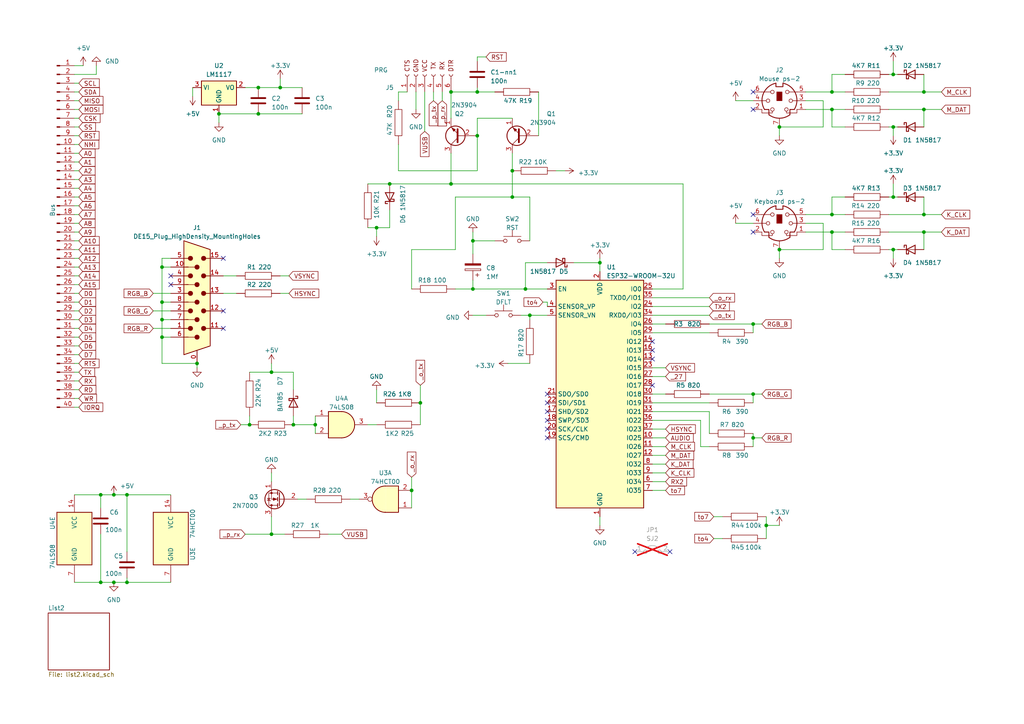
<source format=kicad_sch>
(kicad_sch (version 20230121) (generator eeschema)
  (paper "A4")
  (junction (at 74.93 25.4))
  (junction (at 222.25 152.4))
  (junction (at 36.83 168.91))
  (junction (at 78.74 154.94))
  (junction (at 241.3 62.23))
  (junction (at 259.08 57.15))
  (junction (at 29.21 143.51))
  (junction (at 63.5 33.02))
  (junction (at 36.83 143.51))
  (junction (at 46.99 87.63))
  (junction (at 259.08 36.83))
  (junction (at 130.81 26.67))
  (junction (at 113.03 53.34))
  (junction (at 138.43 39.37))
  (junction (at 109.22 66.04))
  (junction (at 137.16 83.82))
  (junction (at 148.59 49.53))
  (junction (at 57.15 105.41))
  (junction (at 29.21 168.91))
  (junction (at 267.97 26.67))
  (junction (at 137.16 69.85))
  (junction (at 241.3 26.67))
  (junction (at 85.09 123.19))
  (junction (at 33.02 143.51))
  (junction (at 218.44 114.3))
  (junction (at 46.99 92.71))
  (junction (at 267.97 67.31))
  (junction (at 267.97 62.23))
  (junction (at 130.81 53.34))
  (junction (at 46.99 97.79))
  (junction (at 226.06 36.83))
  (junction (at 148.59 57.15))
  (junction (at 152.4 83.82))
  (junction (at 241.3 31.75))
  (junction (at 218.44 127))
  (junction (at 241.3 67.31))
  (junction (at 81.28 25.4))
  (junction (at 119.38 142.24))
  (junction (at 259.08 21.59))
  (junction (at 226.06 72.39))
  (junction (at 259.08 72.39))
  (junction (at 153.67 91.44))
  (junction (at 267.97 31.75))
  (junction (at 46.99 77.47))
  (junction (at 91.44 123.19))
  (junction (at 138.43 26.67))
  (junction (at 173.99 76.2))
  (junction (at 218.44 93.98))
  (junction (at 72.39 123.19))
  (junction (at 33.02 168.91))
  (junction (at 74.93 33.02))
  (junction (at 121.92 116.84))
  (junction (at 78.74 107.95))
  (no_connect (at 184.15 160.02))
  (no_connect (at 64.77 74.93))
  (no_connect (at 189.23 104.14))
  (no_connect (at 218.44 67.31))
  (no_connect (at 158.75 121.92))
  (no_connect (at 189.23 111.76))
  (no_connect (at 158.75 114.3))
  (no_connect (at 189.23 101.6))
  (no_connect (at 49.53 80.01))
  (no_connect (at 158.75 116.84))
  (no_connect (at 194.31 160.02))
  (no_connect (at 64.77 90.17))
  (no_connect (at 218.44 31.75))
  (no_connect (at 158.75 124.46))
  (no_connect (at 218.44 62.23))
  (no_connect (at 189.23 99.06))
  (no_connect (at 158.75 119.38))
  (no_connect (at 64.77 95.25))
  (no_connect (at 49.53 82.55))
  (no_connect (at 218.44 26.67))
  (no_connect (at 158.75 127))
  (wire (pts (xy 267.97 67.31) (xy 257.81 67.31)))
  (wire (pts (xy 21.59 29.21) (xy 22.86 29.21)))
  (wire (pts (xy 21.59 72.39) (xy 22.86 72.39)))
  (wire (pts (xy 241.3 67.31) (xy 245.11 67.31)))
  (wire (pts (xy 21.59 95.25) (xy 22.86 95.25)))
  (wire (pts (xy 85.09 107.95) (xy 85.09 113.03)))
  (wire (pts (xy 36.83 168.91) (xy 49.53 168.91)))
  (wire (pts (xy 148.59 57.15) (xy 148.59 49.53)))
  (wire (pts (xy 233.68 31.75) (xy 241.3 31.75)))
  (wire (pts (xy 226.06 36.83) (xy 226.06 39.37)))
  (wire (pts (xy 241.3 26.67) (xy 245.11 26.67)))
  (wire (pts (xy 226.06 72.39) (xy 226.06 74.93)))
  (wire (pts (xy 78.74 137.16) (xy 78.74 139.7)))
  (wire (pts (xy 63.5 33.02) (xy 63.5 35.56)))
  (wire (pts (xy 267.97 72.39) (xy 267.97 67.31)))
  (wire (pts (xy 140.97 16.51) (xy 138.43 16.51)))
  (wire (pts (xy 173.99 76.2) (xy 173.99 78.74)))
  (wire (pts (xy 241.3 57.15) (xy 241.3 62.23)))
  (wire (pts (xy 158.75 76.2) (xy 152.4 76.2)))
  (wire (pts (xy 267.97 31.75) (xy 273.05 31.75)))
  (wire (pts (xy 198.12 83.82) (xy 198.12 53.34)))
  (wire (pts (xy 245.11 72.39) (xy 241.3 72.39)))
  (wire (pts (xy 189.23 142.24) (xy 193.04 142.24)))
  (wire (pts (xy 189.23 88.9) (xy 205.74 88.9)))
  (wire (pts (xy 106.68 123.19) (xy 109.22 123.19)))
  (wire (pts (xy 137.16 83.82) (xy 152.4 83.82)))
  (wire (pts (xy 259.08 21.59) (xy 260.35 21.59)))
  (wire (pts (xy 152.4 83.82) (xy 158.75 83.82)))
  (wire (pts (xy 238.76 36.83) (xy 226.06 36.83)))
  (wire (pts (xy 245.11 57.15) (xy 241.3 57.15)))
  (wire (pts (xy 21.59 49.53) (xy 22.86 49.53)))
  (wire (pts (xy 21.59 80.01) (xy 22.86 80.01)))
  (wire (pts (xy 218.44 127) (xy 218.44 129.54)))
  (wire (pts (xy 189.23 114.3) (xy 193.04 114.3)))
  (wire (pts (xy 21.59 168.91) (xy 29.21 168.91)))
  (wire (pts (xy 119.38 83.82) (xy 119.38 72.39)))
  (wire (pts (xy 36.83 167.64) (xy 36.83 168.91)))
  (wire (pts (xy 189.23 86.36) (xy 205.74 86.36)))
  (wire (pts (xy 64.77 85.09) (xy 68.58 85.09)))
  (wire (pts (xy 21.59 57.15) (xy 22.86 57.15)))
  (wire (pts (xy 233.68 62.23) (xy 241.3 62.23)))
  (wire (pts (xy 189.23 137.16) (xy 193.04 137.16)))
  (wire (pts (xy 267.97 26.67) (xy 273.05 26.67)))
  (wire (pts (xy 21.59 143.51) (xy 29.21 143.51)))
  (wire (pts (xy 233.68 26.67) (xy 241.3 26.67)))
  (wire (pts (xy 213.36 29.21) (xy 218.44 29.21)))
  (wire (pts (xy 267.97 67.31) (xy 273.05 67.31)))
  (wire (pts (xy 57.15 105.41) (xy 57.15 106.68)))
  (wire (pts (xy 55.88 25.4) (xy 55.88 27.94)))
  (wire (pts (xy 218.44 125.73) (xy 218.44 127)))
  (wire (pts (xy 233.68 29.21) (xy 238.76 29.21)))
  (wire (pts (xy 238.76 72.39) (xy 226.06 72.39)))
  (wire (pts (xy 257.81 21.59) (xy 259.08 21.59)))
  (wire (pts (xy 21.59 34.29) (xy 22.86 34.29)))
  (wire (pts (xy 241.3 21.59) (xy 241.3 26.67)))
  (wire (pts (xy 36.83 143.51) (xy 36.83 160.02)))
  (wire (pts (xy 21.59 115.57) (xy 22.86 115.57)))
  (wire (pts (xy 259.08 36.83) (xy 260.35 36.83)))
  (wire (pts (xy 46.99 77.47) (xy 46.99 87.63)))
  (wire (pts (xy 158.75 87.63) (xy 158.75 88.9)))
  (wire (pts (xy 218.44 127) (xy 220.98 127)))
  (wire (pts (xy 101.6 144.78) (xy 104.14 144.78)))
  (wire (pts (xy 189.23 139.7) (xy 193.04 139.7)))
  (wire (pts (xy 259.08 57.15) (xy 260.35 57.15)))
  (wire (pts (xy 207.01 149.86) (xy 209.55 149.86)))
  (wire (pts (xy 152.4 76.2) (xy 152.4 83.82)))
  (wire (pts (xy 86.36 144.78) (xy 88.9 144.78)))
  (wire (pts (xy 241.3 31.75) (xy 245.11 31.75)))
  (wire (pts (xy 161.29 49.53) (xy 163.83 49.53)))
  (wire (pts (xy 128.27 26.67) (xy 128.27 29.21)))
  (wire (pts (xy 91.44 120.65) (xy 91.44 123.19)))
  (wire (pts (xy 21.59 69.85) (xy 22.86 69.85)))
  (wire (pts (xy 109.22 66.04) (xy 109.22 68.58)))
  (wire (pts (xy 21.59 77.47) (xy 22.86 77.47)))
  (wire (pts (xy 44.45 95.25) (xy 49.53 95.25)))
  (wire (pts (xy 46.99 74.93) (xy 46.99 77.47)))
  (wire (pts (xy 241.3 36.83) (xy 241.3 31.75)))
  (wire (pts (xy 173.99 149.86) (xy 173.99 152.4)))
  (wire (pts (xy 130.81 44.45) (xy 130.81 53.34)))
  (wire (pts (xy 189.23 124.46) (xy 193.04 124.46)))
  (wire (pts (xy 245.11 21.59) (xy 241.3 21.59)))
  (wire (pts (xy 205.74 93.98) (xy 218.44 93.98)))
  (wire (pts (xy 21.59 107.95) (xy 22.86 107.95)))
  (wire (pts (xy 267.97 57.15) (xy 267.97 62.23)))
  (wire (pts (xy 21.59 31.75) (xy 22.86 31.75)))
  (wire (pts (xy 203.2 121.92) (xy 203.2 129.54)))
  (wire (pts (xy 189.23 116.84) (xy 205.74 116.84)))
  (wire (pts (xy 137.16 67.31) (xy 137.16 69.85)))
  (wire (pts (xy 21.59 90.17) (xy 22.86 90.17)))
  (wire (pts (xy 106.68 66.04) (xy 109.22 66.04)))
  (wire (pts (xy 189.23 91.44) (xy 205.74 91.44)))
  (wire (pts (xy 137.16 69.85) (xy 137.16 73.66)))
  (wire (pts (xy 153.67 91.44) (xy 153.67 92.71)))
  (wire (pts (xy 81.28 80.01) (xy 83.82 80.01)))
  (wire (pts (xy 21.59 36.83) (xy 22.86 36.83)))
  (wire (pts (xy 21.59 92.71) (xy 22.86 92.71)))
  (wire (pts (xy 69.85 123.19) (xy 72.39 123.19)))
  (wire (pts (xy 21.59 19.05) (xy 24.13 19.05)))
  (wire (pts (xy 21.59 24.13) (xy 22.86 24.13)))
  (wire (pts (xy 115.57 41.91) (xy 115.57 49.53)))
  (wire (pts (xy 21.59 110.49) (xy 22.86 110.49)))
  (wire (pts (xy 218.44 93.98) (xy 218.44 96.52)))
  (wire (pts (xy 21.59 67.31) (xy 22.86 67.31)))
  (wire (pts (xy 130.81 26.67) (xy 138.43 26.67)))
  (wire (pts (xy 257.81 36.83) (xy 259.08 36.83)))
  (wire (pts (xy 123.19 26.67) (xy 123.19 38.1)))
  (wire (pts (xy 189.23 109.22) (xy 193.04 109.22)))
  (wire (pts (xy 238.76 29.21) (xy 238.76 36.83)))
  (wire (pts (xy 189.23 96.52) (xy 205.74 96.52)))
  (wire (pts (xy 267.97 62.23) (xy 273.05 62.23)))
  (wire (pts (xy 29.21 143.51) (xy 29.21 147.32)))
  (wire (pts (xy 222.25 152.4) (xy 226.06 152.4)))
  (wire (pts (xy 241.3 72.39) (xy 241.3 67.31)))
  (wire (pts (xy 21.59 100.33) (xy 22.86 100.33)))
  (wire (pts (xy 21.59 85.09) (xy 22.86 85.09)))
  (wire (pts (xy 245.11 36.83) (xy 241.3 36.83)))
  (wire (pts (xy 148.59 44.45) (xy 148.59 49.53)))
  (wire (pts (xy 166.37 76.2) (xy 173.99 76.2)))
  (wire (pts (xy 137.16 81.28) (xy 137.16 83.82)))
  (wire (pts (xy 121.92 116.84) (xy 121.92 123.19)))
  (wire (pts (xy 189.23 132.08) (xy 193.04 132.08)))
  (wire (pts (xy 72.39 107.95) (xy 78.74 107.95)))
  (wire (pts (xy 267.97 62.23) (xy 257.81 62.23)))
  (wire (pts (xy 46.99 105.41) (xy 46.99 97.79)))
  (wire (pts (xy 213.36 64.77) (xy 218.44 64.77)))
  (wire (pts (xy 49.53 92.71) (xy 46.99 92.71)))
  (wire (pts (xy 21.59 44.45) (xy 22.86 44.45)))
  (wire (pts (xy 189.23 93.98) (xy 193.04 93.98)))
  (wire (pts (xy 36.83 143.51) (xy 49.53 143.51)))
  (wire (pts (xy 121.92 111.76) (xy 121.92 116.84)))
  (wire (pts (xy 138.43 25.4) (xy 138.43 26.67)))
  (wire (pts (xy 33.02 143.51) (xy 36.83 143.51)))
  (wire (pts (xy 120.65 26.67) (xy 120.65 31.75)))
  (wire (pts (xy 137.16 91.44) (xy 140.97 91.44)))
  (wire (pts (xy 113.03 66.04) (xy 113.03 60.96)))
  (wire (pts (xy 132.08 83.82) (xy 137.16 83.82)))
  (wire (pts (xy 64.77 80.01) (xy 68.58 80.01)))
  (wire (pts (xy 203.2 129.54) (xy 205.74 129.54)))
  (wire (pts (xy 218.44 93.98) (xy 220.98 93.98)))
  (wire (pts (xy 109.22 113.03) (xy 109.22 116.84)))
  (wire (pts (xy 21.59 113.03) (xy 22.86 113.03)))
  (wire (pts (xy 21.59 46.99) (xy 22.86 46.99)))
  (wire (pts (xy 63.5 33.02) (xy 74.93 33.02)))
  (wire (pts (xy 205.74 119.38) (xy 189.23 119.38)))
  (wire (pts (xy 27.94 21.59) (xy 21.59 21.59)))
  (wire (pts (xy 78.74 105.41) (xy 78.74 107.95)))
  (wire (pts (xy 173.99 74.93) (xy 173.99 76.2)))
  (wire (pts (xy 21.59 26.67) (xy 22.86 26.67)))
  (wire (pts (xy 57.15 105.41) (xy 46.99 105.41)))
  (wire (pts (xy 267.97 36.83) (xy 267.97 31.75)))
  (wire (pts (xy 259.08 72.39) (xy 259.08 74.93)))
  (wire (pts (xy 233.68 67.31) (xy 241.3 67.31)))
  (wire (pts (xy 115.57 26.67) (xy 115.57 29.21)))
  (wire (pts (xy 91.44 123.19) (xy 91.44 125.73)))
  (wire (pts (xy 21.59 52.07) (xy 22.86 52.07)))
  (wire (pts (xy 205.74 125.73) (xy 205.74 119.38)))
  (wire (pts (xy 137.16 69.85) (xy 143.51 69.85)))
  (wire (pts (xy 21.59 74.93) (xy 22.86 74.93)))
  (wire (pts (xy 29.21 168.91) (xy 33.02 168.91)))
  (wire (pts (xy 259.08 53.34) (xy 259.08 57.15)))
  (wire (pts (xy 49.53 74.93) (xy 46.99 74.93)))
  (wire (pts (xy 49.53 87.63) (xy 46.99 87.63)))
  (wire (pts (xy 267.97 31.75) (xy 257.81 31.75)))
  (wire (pts (xy 151.13 91.44) (xy 153.67 91.44)))
  (wire (pts (xy 259.08 72.39) (xy 260.35 72.39)))
  (wire (pts (xy 106.68 53.34) (xy 113.03 53.34)))
  (wire (pts (xy 21.59 118.11) (xy 22.86 118.11)))
  (wire (pts (xy 189.23 134.62) (xy 193.04 134.62)))
  (wire (pts (xy 27.94 19.05) (xy 27.94 21.59)))
  (wire (pts (xy 189.23 121.92) (xy 203.2 121.92)))
  (wire (pts (xy 205.74 114.3) (xy 218.44 114.3)))
  (wire (pts (xy 222.25 152.4) (xy 222.25 156.21)))
  (wire (pts (xy 74.93 33.02) (xy 87.63 33.02)))
  (wire (pts (xy 46.99 97.79) (xy 46.99 92.71)))
  (wire (pts (xy 259.08 17.78) (xy 259.08 21.59)))
  (wire (pts (xy 259.08 36.83) (xy 259.08 39.37)))
  (wire (pts (xy 153.67 91.44) (xy 158.75 91.44)))
  (wire (pts (xy 74.93 25.4) (xy 81.28 25.4)))
  (wire (pts (xy 130.81 26.67) (xy 130.81 34.29)))
  (wire (pts (xy 78.74 154.94) (xy 82.55 154.94)))
  (wire (pts (xy 267.97 21.59) (xy 267.97 26.67)))
  (wire (pts (xy 119.38 72.39) (xy 132.08 72.39)))
  (wire (pts (xy 29.21 143.51) (xy 33.02 143.51)))
  (wire (pts (xy 189.23 106.68) (xy 193.04 106.68)))
  (wire (pts (xy 156.21 26.67) (xy 156.21 39.37)))
  (wire (pts (xy 153.67 69.85) (xy 153.67 57.15)))
  (wire (pts (xy 189.23 127) (xy 193.04 127)))
  (wire (pts (xy 207.01 156.21) (xy 209.55 156.21)))
  (wire (pts (xy 33.02 168.91) (xy 36.83 168.91)))
  (wire (pts (xy 81.28 25.4) (xy 87.63 25.4)))
  (wire (pts (xy 44.45 85.09) (xy 49.53 85.09)))
  (wire (pts (xy 21.59 62.23) (xy 22.86 62.23)))
  (wire (pts (xy 130.81 53.34) (xy 113.03 53.34)))
  (wire (pts (xy 148.59 57.15) (xy 153.67 57.15)))
  (wire (pts (xy 257.81 72.39) (xy 259.08 72.39)))
  (wire (pts (xy 78.74 107.95) (xy 85.09 107.95)))
  (wire (pts (xy 21.59 97.79) (xy 22.86 97.79)))
  (wire (pts (xy 198.12 53.34) (xy 130.81 53.34)))
  (wire (pts (xy 132.08 57.15) (xy 148.59 57.15)))
  (wire (pts (xy 222.25 149.86) (xy 222.25 152.4)))
  (wire (pts (xy 21.59 59.69) (xy 22.86 59.69)))
  (wire (pts (xy 115.57 26.67) (xy 118.11 26.67)))
  (wire (pts (xy 218.44 114.3) (xy 218.44 116.84)))
  (wire (pts (xy 138.43 49.53) (xy 138.43 39.37)))
  (wire (pts (xy 119.38 138.43) (xy 119.38 142.24)))
  (wire (pts (xy 46.99 77.47) (xy 49.53 77.47)))
  (wire (pts (xy 189.23 129.54) (xy 193.04 129.54)))
  (wire (pts (xy 81.28 85.09) (xy 83.82 85.09)))
  (wire (pts (xy 71.12 154.94) (xy 78.74 154.94)))
  (wire (pts (xy 241.3 62.23) (xy 245.11 62.23)))
  (wire (pts (xy 21.59 82.55) (xy 22.86 82.55)))
  (wire (pts (xy 138.43 34.29) (xy 138.43 39.37)))
  (wire (pts (xy 115.57 49.53) (xy 138.43 49.53)))
  (wire (pts (xy 21.59 54.61) (xy 22.86 54.61)))
  (wire (pts (xy 29.21 154.94) (xy 29.21 168.91)))
  (wire (pts (xy 267.97 26.67) (xy 257.81 26.67)))
  (wire (pts (xy 81.28 22.86) (xy 81.28 25.4)))
  (wire (pts (xy 147.32 105.41) (xy 153.67 105.41)))
  (wire (pts (xy 71.12 25.4) (xy 74.93 25.4)))
  (wire (pts (xy 46.99 92.71) (xy 46.99 87.63)))
  (wire (pts (xy 189.23 83.82) (xy 198.12 83.82)))
  (wire (pts (xy 21.59 102.87) (xy 22.86 102.87)))
  (wire (pts (xy 148.59 34.29) (xy 138.43 34.29)))
  (wire (pts (xy 85.09 120.65) (xy 85.09 123.19)))
  (wire (pts (xy 78.74 149.86) (xy 78.74 154.94)))
  (wire (pts (xy 85.09 123.19) (xy 91.44 123.19)))
  (wire (pts (xy 21.59 39.37) (xy 22.86 39.37)))
  (wire (pts (xy 21.59 87.63) (xy 22.86 87.63)))
  (wire (pts (xy 257.81 57.15) (xy 259.08 57.15)))
  (wire (pts (xy 21.59 64.77) (xy 22.86 64.77)))
  (wire (pts (xy 109.22 66.04) (xy 113.03 66.04)))
  (wire (pts (xy 72.39 120.65) (xy 72.39 123.19)))
  (wire (pts (xy 21.59 105.41) (xy 22.86 105.41)))
  (wire (pts (xy 49.53 97.79) (xy 46.99 97.79)))
  (wire (pts (xy 233.68 64.77) (xy 238.76 64.77)))
  (wire (pts (xy 95.25 154.94) (xy 99.06 154.94)))
  (wire (pts (xy 125.73 26.67) (xy 125.73 29.21)))
  (wire (pts (xy 218.44 114.3) (xy 220.98 114.3)))
  (wire (pts (xy 138.43 26.67) (xy 143.51 26.67)))
  (wire (pts (xy 132.08 72.39) (xy 132.08 57.15)))
  (wire (pts (xy 119.38 142.24) (xy 119.38 147.32)))
  (wire (pts (xy 44.45 90.17) (xy 49.53 90.17)))
  (wire (pts (xy 157.48 87.63) (xy 158.75 87.63)))
  (wire (pts (xy 238.76 64.77) (xy 238.76 72.39)))
  (wire (pts (xy 21.59 41.91) (xy 22.86 41.91)))
  (wire (pts (xy 138.43 16.51) (xy 138.43 17.78)))
  (global_label "RGB_R" (shape input) (at 44.45 95.25 180) (property "Intersheetrefs" "${INTERSHEET_REFS}" (effects hide)))
  (global_label "A4" (shape input) (at 22.86 54.61 0) (property "Intersheetrefs" "${INTERSHEET_REFS}" (effects hide)))
  (global_label "WR" (shape input) (at 22.86 115.57 0) (property "Intersheetrefs" "${INTERSHEET_REFS}" (effects hide)))
  (global_label "TX2" (shape input) (at 205.74 88.9 0) (property "Intersheetrefs" "${INTERSHEET_REFS}" (effects hide)))
  (global_label "A14" (shape input) (at 22.86 80.01 0) (property "Intersheetrefs" "${INTERSHEET_REFS}" (effects hide)))
  (global_label "A13" (shape input) (at 22.86 77.47 0) (property "Intersheetrefs" "${INTERSHEET_REFS}" (effects hide)))
  (global_label "A5" (shape input) (at 22.86 57.15 0) (property "Intersheetrefs" "${INTERSHEET_REFS}" (effects hide)))
  (global_label "VUSB" (shape input) (at 123.19 38.1 270) (property "Intersheetrefs" "${INTERSHEET_REFS}" (effects hide)))
  (global_label "RX2" (shape input) (at 193.04 139.7 0) (property "Intersheetrefs" "${INTERSHEET_REFS}" (effects hide)))
  (global_label "A15" (shape input) (at 22.86 82.55 0) (property "Intersheetrefs" "${INTERSHEET_REFS}" (effects hide)))
  (global_label "RD" (shape input) (at 22.86 113.03 0) (property "Intersheetrefs" "${INTERSHEET_REFS}" (effects hide)))
  (global_label "SDA" (shape input) (at 22.86 26.67 0) (property "Intersheetrefs" "${INTERSHEET_REFS}" (effects hide)))
  (global_label "A2" (shape input) (at 22.86 49.53 0) (property "Intersheetrefs" "${INTERSHEET_REFS}" (effects hide)))
  (global_label "A7" (shape input) (at 22.86 62.23 0) (property "Intersheetrefs" "${INTERSHEET_REFS}" (effects hide)))
  (global_label "SS" (shape input) (at 22.86 36.83 0) (property "Intersheetrefs" "${INTERSHEET_REFS}" (effects hide)))
  (global_label "RST" (shape input) (at 22.86 39.37 0) (property "Intersheetrefs" "${INTERSHEET_REFS}" (effects hide)))
  (global_label "A12" (shape input) (at 22.86 74.93 0) (property "Intersheetrefs" "${INTERSHEET_REFS}" (effects hide)))
  (global_label "RGB_B" (shape input) (at 220.98 93.98 0) (property "Intersheetrefs" "${INTERSHEET_REFS}" (effects hide)))
  (global_label "M_DAT" (shape input) (at 193.04 132.08 0) (property "Intersheetrefs" "${INTERSHEET_REFS}" (effects hide)))
  (global_label "RGB_B" (shape input) (at 44.45 85.09 180) (property "Intersheetrefs" "${INTERSHEET_REFS}" (effects hide)))
  (global_label "K_DAT" (shape input) (at 273.05 67.31 0) (property "Intersheetrefs" "${INTERSHEET_REFS}" (effects hide)))
  (global_label "to7" (shape input) (at 207.01 149.86 180) (property "Intersheetrefs" "${INTERSHEET_REFS}" (effects hide)))
  (global_label "MOSI" (shape input) (at 22.86 31.75 0) (property "Intersheetrefs" "${INTERSHEET_REFS}" (effects hide)))
  (global_label "M_CLK" (shape input) (at 193.04 129.54 0) (property "Intersheetrefs" "${INTERSHEET_REFS}" (effects hide)))
  (global_label "RX" (shape input) (at 22.86 110.49 0) (property "Intersheetrefs" "${INTERSHEET_REFS}" (effects hide)))
  (global_label "SCL" (shape input) (at 22.86 24.13 0) (property "Intersheetrefs" "${INTERSHEET_REFS}" (effects hide)))
  (global_label "A1" (shape input) (at 22.86 46.99 0) (property "Intersheetrefs" "${INTERSHEET_REFS}" (effects hide)))
  (global_label "RTS" (shape input) (at 22.86 105.41 0) (property "Intersheetrefs" "${INTERSHEET_REFS}" (effects hide)))
  (global_label "_o_rx" (shape input) (at 119.38 138.43 90) (property "Intersheetrefs" "${INTERSHEET_REFS}" (effects hide)))
  (global_label "D7" (shape input) (at 22.86 102.87 0) (property "Intersheetrefs" "${INTERSHEET_REFS}" (effects hide)))
  (global_label "to4" (shape input) (at 207.01 156.21 180) (property "Intersheetrefs" "${INTERSHEET_REFS}" (effects hide)))
  (global_label "A10" (shape input) (at 22.86 69.85 0) (property "Intersheetrefs" "${INTERSHEET_REFS}" (effects hide)))
  (global_label "D1" (shape input) (at 22.86 87.63 0) (property "Intersheetrefs" "${INTERSHEET_REFS}" (effects hide)))
  (global_label "RGB_R" (shape input) (at 220.98 127 0) (property "Intersheetrefs" "${INTERSHEET_REFS}" (effects hide)))
  (global_label "NMI" (shape input) (at 22.86 41.91 0) (property "Intersheetrefs" "${INTERSHEET_REFS}" (effects hide)))
  (global_label "CSK" (shape input) (at 22.86 34.29 0) (property "Intersheetrefs" "${INTERSHEET_REFS}" (effects hide)))
  (global_label "D2" (shape input) (at 22.86 90.17 0) (property "Intersheetrefs" "${INTERSHEET_REFS}" (effects hide)))
  (global_label "_o_rx" (shape input) (at 205.74 86.36 0) (property "Intersheetrefs" "${INTERSHEET_REFS}" (effects hide)))
  (global_label "MISO" (shape input) (at 22.86 29.21 0) (property "Intersheetrefs" "${INTERSHEET_REFS}" (effects hide)))
  (global_label "D5" (shape input) (at 22.86 97.79 0) (property "Intersheetrefs" "${INTERSHEET_REFS}" (effects hide)))
  (global_label "HSYNC" (shape input) (at 83.82 85.09 0) (property "Intersheetrefs" "${INTERSHEET_REFS}" (effects hide)))
  (global_label "to7" (shape input) (at 193.04 142.24 0) (property "Intersheetrefs" "${INTERSHEET_REFS}" (effects hide)))
  (global_label "RGB_G" (shape input) (at 220.98 114.3 0) (property "Intersheetrefs" "${INTERSHEET_REFS}" (effects hide)))
  (global_label "RGB_G" (shape input) (at 44.45 90.17 180) (property "Intersheetrefs" "${INTERSHEET_REFS}" (effects hide)))
  (global_label "VUSB" (shape input) (at 99.06 154.94 0) (property "Intersheetrefs" "${INTERSHEET_REFS}" (effects hide)))
  (global_label "_p_rx" (shape input) (at 71.12 154.94 180) (property "Intersheetrefs" "${INTERSHEET_REFS}" (effects hide)))
  (global_label "M_DAT" (shape input) (at 273.05 31.75 0) (property "Intersheetrefs" "${INTERSHEET_REFS}" (effects hide)))
  (global_label "VSYNC" (shape input) (at 83.82 80.01 0) (property "Intersheetrefs" "${INTERSHEET_REFS}" (effects hide)))
  (global_label "TX" (shape input) (at 22.86 107.95 0) (property "Intersheetrefs" "${INTERSHEET_REFS}" (effects hide)))
  (global_label "to4" (shape input) (at 157.48 87.63 180) (property "Intersheetrefs" "${INTERSHEET_REFS}" (effects hide)))
  (global_label "K_DAT" (shape input) (at 193.04 134.62 0) (property "Intersheetrefs" "${INTERSHEET_REFS}" (effects hide)))
  (global_label "D3" (shape input) (at 22.86 92.71 0) (property "Intersheetrefs" "${INTERSHEET_REFS}" (effects hide)))
  (global_label "IORQ" (shape input) (at 22.86 118.11 0) (property "Intersheetrefs" "${INTERSHEET_REFS}" (effects hide)))
  (global_label "_o_tx" (shape input) (at 121.92 111.76 90) (property "Intersheetrefs" "${INTERSHEET_REFS}" (effects hide)))
  (global_label "M_CLK" (shape input) (at 273.05 26.67 0) (property "Intersheetrefs" "${INTERSHEET_REFS}" (effects hide)))
  (global_label "AUDIO" (shape input) (at 193.04 127 0) (property "Intersheetrefs" "${INTERSHEET_REFS}" (effects hide)))
  (global_label "_o_tx" (shape input) (at 205.74 91.44 0) (property "Intersheetrefs" "${INTERSHEET_REFS}" (effects hide)))
  (global_label "_p_tx" (shape input) (at 125.73 29.21 270) (property "Intersheetrefs" "${INTERSHEET_REFS}" (effects hide)))
  (global_label "_p_rx" (shape input) (at 128.27 29.21 270) (property "Intersheetrefs" "${INTERSHEET_REFS}" (effects hide)))
  (global_label "K_CLK" (shape input) (at 273.05 62.23 0) (property "Intersheetrefs" "${INTERSHEET_REFS}" (effects hide)))
  (global_label "VSYNC" (shape input) (at 193.04 106.68 0) (property "Intersheetrefs" "${INTERSHEET_REFS}" (effects hide)))
  (global_label "_27" (shape input) (at 193.04 109.22 0) (property "Intersheetrefs" "${INTERSHEET_REFS}" (effects hide)))
  (global_label "A6" (shape input) (at 22.86 59.69 0) (property "Intersheetrefs" "${INTERSHEET_REFS}" (effects hide)))
  (global_label "A3" (shape input) (at 22.86 52.07 0) (property "Intersheetrefs" "${INTERSHEET_REFS}" (effects hide)))
  (global_label "D4" (shape input) (at 22.86 95.25 0) (property "Intersheetrefs" "${INTERSHEET_REFS}" (effects hide)))
  (global_label "K_CLK" (shape input) (at 193.04 137.16 0) (property "Intersheetrefs" "${INTERSHEET_REFS}" (effects hide)))
  (global_label "D6" (shape input) (at 22.86 100.33 0) (property "Intersheetrefs" "${INTERSHEET_REFS}" (effects hide)))
  (global_label "A11" (shape input) (at 22.86 72.39 0) (property "Intersheetrefs" "${INTERSHEET_REFS}" (effects hide)))
  (global_label "RST" (shape input) (at 140.97 16.51 0) (property "Intersheetrefs" "${INTERSHEET_REFS}" (effects hide)))
  (global_label "A0" (shape input) (at 22.86 44.45 0) (property "Intersheetrefs" "${INTERSHEET_REFS}" (effects hide)))
  (global_label "A9" (shape input) (at 22.86 67.31 0) (property "Intersheetrefs" "${INTERSHEET_REFS}" (effects hide)))
  (global_label "_p_tx" (shape input) (at 69.85 123.19 180) (property "Intersheetrefs" "${INTERSHEET_REFS}" (effects hide)))
  (global_label "HSYNC" (shape input) (at 193.04 124.46 0) (property "Intersheetrefs" "${INTERSHEET_REFS}" (effects hide)))
  (global_label "D0" (shape input) (at 22.86 85.09 0) (property "Intersheetrefs" "${INTERSHEET_REFS}" (effects hide)))
  (global_label "A8" (shape input) (at 22.86 64.77 0) (property "Intersheetrefs" "${INTERSHEET_REFS}" (effects hide)))
  (symbol (lib_id "power:+3.3V") (at 163.83 49.53 270) (unit 1)
    (property "Reference" "#PWR019" (effects hide))
    (property "Value" "+3.3V" (at 167.64 50.165 90) (effects (justify left)))
  )
  (symbol (lib_id "power:+3.3V") (at 147.32 105.41 90) (unit 1)
    (property "Reference" "#PWR016" (effects hide))
    (property "Value" "+3.3V" (at 143.51 106.045 90) (effects (justify left)))
  )
  (symbol (lib_id "Device:C") (at 29.21 151.13 0) (unit 1)
    (property "Reference" "C6" (at 31.75 148.59 0) (effects (justify left)))
    (property "Value" "100n" (at 30.48 153.67 0) (effects (justify left)))
    (property "Footprint" "Capacitor_THT:C_Disc_D3.4mm_W2.1mm_P2.50mm" (effects hide))
  )
  (symbol (lib_id "Device:D_Schottky") (at 264.16 36.83 0) (unit 1)
    (property "Reference" "D1" (at 263.2075 40.64 0))
    (property "Value" "1N5817" (at 269.24 40.64 0))
    (property "Footprint" "Diode_THT:D_DO-35_SOD27_P7.62mm_Horizontal" (effects hide))
  )
  (symbol (lib_id "pspice:R") (at 212.09 116.84 270) (unit 1)
    (property "Reference" "R6" (at 212.09 119.38 90) (effects (justify right)))
    (property "Value" "390" (at 217.17 119.38 90) (effects (justify right)))
    (property "Footprint" "Resistor_THT:R_Axial_DIN0204_L3.6mm_D1.6mm_P5.08mm_Horizontal" (effects hide))
  )
  (symbol (lib_id "pspice:R") (at 251.46 72.39 90) (unit 1)
    (property "Reference" "R16" (at 251.46 69.85 90) (effects (justify right)))
    (property "Value" "4K7" (at 247.015 69.85 90) (effects (justify right)))
    (property "Footprint" "Resistor_THT:R_Axial_DIN0204_L3.6mm_D1.6mm_P5.08mm_Horizontal" (effects hide))
  )
  (symbol (lib_id "Jumper:Jumper_2_Open") (at 189.23 160.02 0) (unit 1) (in_bom no) (on_board no) (dnp yes)
    (property "Reference" "JP1" (at 189.23 153.67 0))
    (property "Value" "SJ2" (at 189.23 156.21 0))
    (property "Footprint" "Jumper:SolderJumper-2_P1.3mm_Open_RoundedPad1.0x1.5mm" (effects hide))
    (property "Sim.Enable" "0" (effects hide))
  )
  (symbol (lib_id "pspice:R") (at 215.9 156.21 270) (unit 1)
    (property "Reference" "R45" (at 215.9 158.75 90) (effects (justify right)))
    (property "Value" "100k" (at 220.98 158.75 90) (effects (justify right)))
    (property "Footprint" "Resistor_THT:R_Axial_DIN0204_L3.6mm_D1.6mm_P5.08mm_Horizontal" (effects hide))
  )
  (symbol (lib_id "pspice:R") (at 199.39 93.98 270) (unit 1)
    (property "Reference" "R3" (at 198.12 93.98 90) (effects (justify right)))
    (property "Value" "820" (at 203.2 93.98 90) (effects (justify right)))
    (property "Footprint" "Resistor_THT:R_Axial_DIN0204_L3.6mm_D1.6mm_P5.08mm_Horizontal" (effects hide))
  )
  (symbol (lib_id "power:+3.3V") (at 259.08 39.37 180) (unit 1)
    (property "Reference" "#PWR09" (effects hide))
    (property "Value" "+3.3V" (at 259.08 44.45 0))
  )
  (symbol (lib_id "power:+5V") (at 33.02 143.51 0) (unit 1)
    (property "Reference" "#PWR022" (effects hide))
    (property "Value" "+5V" (at 36.83 140.97 0))
  )
  (symbol (lib_id "pspice:R") (at 106.68 59.69 180) (unit 1)
    (property "Reference" "R21" (at 109.22 59.055 90) (effects (justify right)))
    (property "Value" "10K" (at 109.22 63.5 90) (effects (justify right)))
    (property "Footprint" "Resistor_THT:R_Axial_DIN0204_L3.6mm_D1.6mm_P5.08mm_Horizontal" (effects hide))
  )
  (symbol (lib_id "pspice:R") (at 115.57 35.56 180) (unit 1)
    (property "Reference" "R20" (at 113.03 34.29 90) (effects (justify right)))
    (property "Value" "47K" (at 113.03 39.37 90) (effects (justify right)))
    (property "Footprint" "Resistor_THT:R_Axial_DIN0204_L3.6mm_D1.6mm_P5.08mm_Horizontal" (effects hide))
  )
  (symbol (lib_id "power:+5V") (at 213.36 64.77 0) (unit 1)
    (property "Reference" "#PWR011" (effects hide))
    (property "Value" "+5V" (at 213.36 59.69 0))
  )
  (symbol (lib_id "Device:C") (at 138.43 21.59 180) (unit 1)
    (property "Reference" "C1-nn1" (at 142.24 20.955 0) (effects (justify right)))
    (property "Value" "100n" (at 142.24 23.495 0) (effects (justify right)))
    (property "Footprint" "Capacitor_THT:C_Disc_D3.4mm_W2.1mm_P2.50mm" (effects hide))
  )
  (symbol (lib_id "pspice:R") (at 251.46 21.59 90) (unit 1)
    (property "Reference" "R11" (at 251.46 19.05 90) (effects (justify right)))
    (property "Value" "4K7" (at 247.015 19.05 90) (effects (justify right)))
    (property "Footprint" "Resistor_THT:R_Axial_DIN0204_L3.6mm_D1.6mm_P5.08mm_Horizontal" (effects hide))
  )
  (symbol (lib_id "Connector:Conn_01x40_Male") (at 16.51 67.31 0) (unit 1)
    (property "Reference" "J10" (effects hide))
    (property "Value" "Bus" (at 15.24 60.96 90))
    (property "Footprint" "Connector_PinSocket_2.54mm:PinSocket_1x40_P2.54mm_Vertical" (effects hide))
  )
  (symbol (lib_id "pspice:R") (at 251.46 67.31 270) (unit 1)
    (property "Reference" "R15" (at 250.825 64.77 90) (effects (justify right)))
    (property "Value" "220" (at 255.27 64.77 90) (effects (justify right)))
    (property "Footprint" "Resistor_THT:R_Axial_DIN0204_L3.6mm_D1.6mm_P5.08mm_Horizontal" (effects hide))
  )
  (symbol (lib_id "pspice:R") (at 199.39 114.3 270) (unit 1)
    (property "Reference" "R5" (at 198.755 111.76 90) (effects (justify right)))
    (property "Value" "820" (at 203.2 111.76 90) (effects (justify right)))
    (property "Footprint" "Resistor_THT:R_Axial_DIN0204_L3.6mm_D1.6mm_P5.08mm_Horizontal" (effects hide))
  )
  (symbol (lib_id "pspice:R") (at 125.73 83.82 270) (unit 1)
    (property "Reference" "R18" (at 125.095 81.28 90) (effects (justify right)))
    (property "Value" "100" (at 129.54 81.28 90) (effects (justify right)))
    (property "Footprint" "Resistor_THT:R_Axial_DIN0204_L3.6mm_D1.6mm_P5.08mm_Horizontal" (effects hide))
  )
  (symbol (lib_id "pspice:R") (at 153.67 99.06 0) (unit 1)
    (property "Reference" "R17" (at 151.13 99.695 90) (effects (justify right)))
    (property "Value" "820" (at 151.13 95.25 90) (effects (justify right)))
    (property "Footprint" "Resistor_THT:R_Axial_DIN0204_L3.6mm_D1.6mm_P5.08mm_Horizontal" (effects hide))
  )
  (symbol (lib_id "power:GND") (at 226.06 74.93 0) (unit 1)
    (property "Reference" "#PWR012" (effects hide))
    (property "Value" "GND" (at 226.06 80.01 0))
  )
  (symbol (lib_id "power:GND") (at 27.94 19.05 180) (unit 1)
    (property "Reference" "#PWR045" (effects hide))
    (property "Value" "GND" (at 30.48 17.7799 0) (effects (justify right)))
  )
  (symbol (lib_id "Connector:Conn_01x08_Female") (at 120.65 21.59 90) (unit 1)
    (property "Reference" "J5" (at 113.03 25.4 90))
    (property "Value" "PRG" (at 110.49 20.32 90))
    (property "Footprint" "Connector_PinSocket_2.54mm:PinSocket_1x06_P2.54mm_Vertical" (effects hide))
  )
  (symbol (lib_id "pspice:R") (at 251.46 26.67 270) (unit 1)
    (property "Reference" "R9" (at 250.825 24.13 90) (effects (justify right)))
    (property "Value" "220" (at 255.27 24.13 90) (effects (justify right)))
    (property "Footprint" "Resistor_THT:R_Axial_DIN0204_L3.6mm_D1.6mm_P5.08mm_Horizontal" (effects hide))
  )
  (symbol (lib_id "pspice:R") (at 154.94 49.53 270) (unit 1)
    (property "Reference" "R22" (at 154.305 46.99 90) (effects (justify right)))
    (property "Value" "10K" (at 158.75 46.99 90) (effects (justify right)))
    (property "Footprint" "Resistor_THT:R_Axial_DIN0204_L3.6mm_D1.6mm_P5.08mm_Horizontal" (effects hide))
  )
  (symbol (lib_id "pspice:R") (at 251.46 62.23 270) (unit 1)
    (property "Reference" "R14" (at 250.825 59.69 90) (effects (justify right)))
    (property "Value" "220" (at 255.27 59.69 90) (effects (justify right)))
    (property "Footprint" "Resistor_THT:R_Axial_DIN0204_L3.6mm_D1.6mm_P5.08mm_Horizontal" (effects hide))
  )
  (symbol (lib_id "Connector:Mini-DIN-6") (at 226.06 29.21 0) (unit 1)
    (property "Reference" "J2" (at 226.0777 20.32 0))
    (property "Value" "Mouse ps-2" (at 226.0777 22.86 0))
    (property "Footprint" "ps_2_minidin-6:MINI-DIN-6-FULL-SHIELD" (effects hide))
    (property "Datasheet" "http://service.powerdynamics.com/ec/Catalog17/Section%2011.pdf" (effects hide))
  )
  (symbol (lib_id "Switch:SW_Push") (at 148.59 69.85 0) (unit 1)
    (property "Reference" "SW2" (at 148.59 63.5 0))
    (property "Value" "RST" (at 148.59 66.04 0))
    (property "Footprint" "Button_Switch_THT:SW_PUSH_6mm_H5mm" (effects hide))
  )
  (symbol (lib_id "Device:D_Schottky") (at 85.09 116.84 270) (unit 1)
    (property "Reference" "D7" (at 81.28 110.49 0))
    (property "Value" "BAT85" (at 81.28 116.5225 0))
    (property "Footprint" "Diode_THT:D_DO-35_SOD27_P7.62mm_Horizontal" (effects hide))
  )
  (symbol (lib_id "Transistor_FET:2N7000") (at 81.28 144.78 180) (unit 1)
    (property "Reference" "Q3" (at 74.93 144.145 0) (effects (justify left)))
    (property "Value" "2N7000" (at 74.93 146.685 0) (effects (justify left)))
    (property "Footprint" "Package_TO_SOT_THT:TO-92_Inline" (effects hide))
    (property "Datasheet" "https://www.vishay.com/docs/70226/70226.pdf" (effects hide))
  )
  (symbol (lib_id "power:GND") (at 137.16 91.44 270) (unit 1)
    (property "Reference" "#PWR015" (effects hide))
    (property "Value" "GND" (at 133.35 92.075 90) (effects (justify right)))
  )
  (symbol (lib_id "Transistor_BJT:2N3904") (at 133.35 39.37 180) (unit 1)
    (property "Reference" "Q2" (at 134.62 33.02 0) (effects (justify left)))
    (property "Value" "2N3904" (at 138.43 30.48 0) (effects (justify left)))
    (property "Footprint" "Package_TO_SOT_THT:TO-92_Inline" (effects hide))
    (property "Datasheet" "https://www.onsemi.com/pub/Collateral/2N3903-D.PDF" (effects hide))
  )
  (symbol (lib_id "74xx:74LS08") (at 21.59 156.21 0) (unit 5)
    (property "Reference" "U4" (at 15.24 153.67 90) (effects (justify left)))
    (property "Value" "74LS08" (at 15.24 165.1 90) (effects (justify left)))
    (property "Footprint" "Package_DIP:DIP-14_W7.62mm_Socket" (effects hide))
    (property "Datasheet" "http://www.ti.com/lit/gpn/sn74LS08" (effects hide))
  )
  (symbol (lib_id "pspice:R") (at 74.93 85.09 270) (unit 1)
    (property "Reference" "R2" (at 74.295 82.55 90) (effects (justify right)))
    (property "Value" "220" (at 78.74 82.55 90) (effects (justify right)))
    (property "Footprint" "Resistor_THT:R_Axial_DIN0204_L3.6mm_D1.6mm_P5.08mm_Horizontal" (effects hide))
  )
  (symbol (lib_id "Transistor_BJT:2N3904") (at 151.13 39.37 180) (unit 1)
    (property "Reference" "Q1" (at 161.29 33.02 0) (effects (justify left)))
    (property "Value" "2N3904" (at 161.29 35.56 0) (effects (justify left)))
    (property "Footprint" "Package_TO_SOT_THT:TO-92_Inline" (effects hide))
    (property "Datasheet" "https://www.onsemi.com/pub/Collateral/2N3903-D.PDF" (effects hide))
  )
  (symbol (lib_id "pspice:R") (at 74.93 80.01 270) (unit 1)
    (property "Reference" "R1" (at 74.295 77.47 90) (effects (justify right)))
    (property "Value" "220" (at 78.74 77.47 90) (effects (justify right)))
    (property "Footprint" "Resistor_THT:R_Axial_DIN0204_L3.6mm_D1.6mm_P5.08mm_Horizontal" (effects hide))
  )
  (symbol (lib_id "Device:C") (at 87.63 29.21 180) (unit 1)
    (property "Reference" "C3" (at 91.44 28.575 0) (effects (justify right)))
    (property "Value" "100n" (at 91.44 31.115 0) (effects (justify right)))
    (property "Footprint" "Capacitor_THT:C_Disc_D3.4mm_W2.1mm_P2.50mm" (effects hide))
  )
  (symbol (lib_id "Device:C") (at 74.93 29.21 0) (unit 1)
    (property "Reference" "C2" (at 78.74 28.575 0) (effects (justify left)))
    (property "Value" "100n" (at 78.74 31.115 0) (effects (justify left)))
    (property "Footprint" "Capacitor_THT:C_Disc_D3.4mm_W2.1mm_P2.50mm" (effects hide))
  )
  (symbol (lib_id "power:GND") (at 78.74 137.16 180) (unit 1)
    (property "Reference" "#PWR021" (effects hide))
    (property "Value" "GND" (at 78.74 133.35 0))
  )
  (symbol (lib_id "power:+3.3V") (at 226.06 152.4 0) (unit 1)
    (property "Reference" "#PWR042" (effects hide))
    (property "Value" "+3.3V" (at 226.06 148.59 0))
  )
  (symbol (lib_id "74xx:74LS08") (at 99.06 123.19 0) (unit 1)
    (property "Reference" "U4" (at 99.0517 115.57 0))
    (property "Value" "74LS08" (at 99.0517 118.11 0))
    (property "Footprint" "Package_DIP:DIP-14_W7.62mm_Socket" (effects hide))
    (property "Datasheet" "http://www.ti.com/lit/gpn/sn74LS08" (effects hide))
  )
  (symbol (lib_id "power:GND") (at 33.02 168.91 0) (unit 1)
    (property "Reference" "#PWR023" (effects hide))
    (property "Value" "GND" (at 33.02 173.99 0))
  )
  (symbol (lib_id "pspice:R") (at 72.39 114.3 180) (unit 1)
    (property "Reference" "R24" (at 74.93 113.665 90) (effects (justify right)))
    (property "Value" "22K" (at 74.93 118.11 90) (effects (justify right)))
    (property "Footprint" "Resistor_THT:R_Axial_DIN0204_L3.6mm_D1.6mm_P5.08mm_Horizontal" (effects hide))
  )
  (symbol (lib_id "power:GND") (at 173.99 152.4 0) (unit 1)
    (property "Reference" "#PWR05" (effects hide))
    (property "Value" "GND" (at 173.99 157.48 0))
  )
  (symbol (lib_id "pspice:R") (at 251.46 31.75 270) (unit 1)
    (property "Reference" "R10" (at 250.825 29.21 90) (effects (justify right)))
    (property "Value" "220" (at 255.27 29.21 90) (effects (justify right)))
    (property "Footprint" "Resistor_THT:R_Axial_DIN0204_L3.6mm_D1.6mm_P5.08mm_Horizontal" (effects hide))
  )
  (symbol (lib_id "pspice:R") (at 251.46 36.83 90) (unit 1)
    (property "Reference" "R12" (at 251.46 34.29 90) (effects (justify right)))
    (property "Value" "4K7" (at 247.015 34.29 90) (effects (justify right)))
    (property "Footprint" "Resistor_THT:R_Axial_DIN0204_L3.6mm_D1.6mm_P5.08mm_Horizontal" (effects hide))
  )
  (symbol (lib_id "Device:D_Schottky") (at 162.56 76.2 180) (unit 1)
    (property "Reference" "D5" (at 163.5125 78.74 0))
    (property "Value" "1N5817" (at 157.48 78.74 0))
    (property "Footprint" "Diode_THT:D_DO-35_SOD27_P7.62mm_Horizontal" (effects hide))
  )
  (symbol (lib_id "Device:D_Schottky") (at 264.16 21.59 0) (unit 1)
    (property "Reference" "D2" (at 263.2075 19.05 0))
    (property "Value" "1N5817" (at 269.24 19.05 0))
    (property "Footprint" "Diode_THT:D_DO-35_SOD27_P7.62mm_Horizontal" (effects hide))
  )
  (symbol (lib_id "RF_Module:ESP32-WROOM-32U") (at 173.99 114.3 0) (unit 1)
    (property "Reference" "U1" (at 175.9459 77.47 0) (effects (justify left)))
    (property "Value" "ESP32-WROOM-32U" (at 175.9459 80.01 0) (effects (justify left)))
    (property "Footprint" "RF_Module:ESP32-WROOM-32U" (effects hide))
    (property "Datasheet" "https://www.espressif.com/sites/default/files/documentation/esp32-wroom-32d_esp32-wroom-32u_datasheet_en.pdf" (effects hide))
  )
  (symbol (lib_id "pspice:R") (at 251.46 57.15 90) (unit 1)
    (property "Reference" "R13" (at 251.46 54.61 90) (effects (justify right)))
    (property "Value" "4K7" (at 247.015 54.61 90) (effects (justify right)))
    (property "Footprint" "Resistor_THT:R_Axial_DIN0204_L3.6mm_D1.6mm_P5.08mm_Horizontal" (effects hide))
  )
  (symbol (lib_id "pspice:R") (at 215.9 149.86 270) (unit 1)
    (property "Reference" "R44" (at 215.9 152.4 90) (effects (justify right)))
    (property "Value" "100k" (at 220.98 152.4 90) (effects (justify right)))
    (property "Footprint" "Resistor_THT:R_Axial_DIN0204_L3.6mm_D1.6mm_P5.08mm_Horizontal" (effects hide))
  )
  (symbol (lib_id "74xx:74HCT00") (at 111.76 144.78 180) (unit 1)
    (property "Reference" "U3" (at 111.7683 137.16 0))
    (property "Value" "74HCT00" (at 111.7683 139.7 0))
    (property "Footprint" "Package_DIP:DIP-14_W7.62mm_Socket" (effects hide))
    (property "Datasheet" "http://www.ti.com/lit/gpn/sn74hct00" (effects hide))
  )
  (symbol (lib_id "pspice:R") (at 115.57 116.84 270) (unit 1)
    (property "Reference" "R26" (at 114.935 114.3 90) (effects (justify right)))
    (property "Value" "1K8" (at 119.38 114.3 90) (effects (justify right)))
    (property "Footprint" "Resistor_THT:R_Axial_DIN0204_L3.6mm_D1.6mm_P5.08mm_Horizontal" (effects hide))
  )
  (symbol (lib_id "Device:D_Schottky") (at 113.03 57.15 90) (unit 1)
    (property "Reference" "D6" (at 116.84 63.5 0))
    (property "Value" "1N5817" (at 116.84 57.4675 0))
    (property "Footprint" "Diode_THT:D_DO-35_SOD27_P7.62mm_Horizontal" (effects hide))
  )
  (symbol (lib_id "74xx:74HCT00") (at 49.53 156.21 0) (unit 5)
    (property "Reference" "U3" (at 55.88 162.56 90) (effects (justify left)))
    (property "Value" "74HCT00" (at 55.88 156.21 90) (effects (justify left)))
    (property "Footprint" "Package_DIP:DIP-14_W7.62mm_Socket" (effects hide))
    (property "Datasheet" "http://www.ti.com/lit/gpn/sn74hct00" (effects hide))
  )
  (symbol (lib_id "power:GND") (at 57.15 106.68 0) (unit 1)
    (property "Reference" "#PWR06" (effects hide))
    (property "Value" "GND" (at 57.15 111.76 0))
  )
  (symbol (lib_id "power:+3.3V") (at 259.08 53.34 0) (unit 1)
    (property "Reference" "#PWR013" (effects hide))
    (property "Value" "+3.3V" (at 259.08 49.53 0))
  )
  (symbol (lib_id "pspice:R") (at 95.25 144.78 270) (unit 1)
    (property "Reference" "R28" (at 94.615 142.24 90) (effects (justify right)))
    (property "Value" "220" (at 99.06 142.24 90) (effects (justify right)))
    (property "Footprint" "Resistor_THT:R_Axial_DIN0204_L3.6mm_D1.6mm_P5.08mm_Horizontal" (effects hide))
  )
  (symbol (lib_id "power:GND") (at 109.22 113.03 180) (unit 1)
    (property "Reference" "#PWR025" (effects hide))
    (property "Value" "GND" (at 109.22 109.22 0))
  )
  (symbol (lib_id "power:GND") (at 137.16 67.31 180) (unit 1)
    (property "Reference" "#PWR017" (effects hide))
    (property "Value" "GND" (at 137.16 63.5 0))
  )
  (symbol (lib_id "Device:C") (at 36.83 163.83 0) (unit 1)
    (property "Reference" "C5" (at 33.02 161.29 0) (effects (justify left)))
    (property "Value" "100n" (at 30.48 166.37 0) (effects (justify left)))
    (property "Footprint" "Capacitor_THT:C_Disc_D3.4mm_W2.1mm_P2.50mm" (effects hide))
  )
  (symbol (lib_id "power:GND") (at 63.5 35.56 0) (unit 1)
    (property "Reference" "#PWR01" (effects hide))
    (property "Value" "GND" (at 63.5 40.64 0))
  )
  (symbol (lib_id "power:GND") (at 226.06 39.37 0) (unit 1)
    (property "Reference" "#PWR08" (effects hide))
    (property "Value" "GND" (at 226.06 44.45 0))
  )
  (symbol (lib_id "power:GND") (at 120.65 31.75 0) (unit 1)
    (property "Reference" "#PWR020" (effects hide))
    (property "Value" "GND" (at 120.65 36.83 0))
  )
  (symbol (lib_id "power:+5V") (at 78.74 105.41 0) (unit 1)
    (property "Reference" "#PWR024" (effects hide))
    (property "Value" "+5V" (at 78.74 101.6 0))
  )
  (symbol (lib_id "pspice:R") (at 88.9 154.94 270) (unit 1)
    (property "Reference" "R27" (at 88.265 152.4 90) (effects (justify right)))
    (property "Value" "1K" (at 92.71 152.4 90) (effects (justify right)))
    (property "Footprint" "Resistor_THT:R_Axial_DIN0204_L3.6mm_D1.6mm_P5.08mm_Horizontal" (effects hide))
  )
  (symbol (lib_id "power:+3.3V") (at 81.28 22.86 0) (unit 1)
    (property "Reference" "#PWR03" (effects hide))
    (property "Value" "+3.3V" (at 81.28 19.05 0))
  )
  (symbol (lib_id "pspice:R") (at 212.09 96.52 270) (unit 1)
    (property "Reference" "R4" (at 212.09 99.06 90) (effects (justify right)))
    (property "Value" "390" (at 217.17 99.06 90) (effects (justify right)))
    (property "Footprint" "Resistor_THT:R_Axial_DIN0204_L3.6mm_D1.6mm_P5.08mm_Horizontal" (effects hide))
  )
  (symbol (lib_id "power:+5V") (at 55.88 27.94 180) (unit 1)
    (property "Reference" "#PWR02" (effects hide))
    (property "Value" "+5V" (at 55.88 33.02 0))
  )
  (symbol (lib_id "Regulator_Linear:LM1117T-3.3") (at 63.5 25.4 0) (unit 1)
    (property "Reference" "U2" (at 63.5 19.05 0))
    (property "Value" "LM1117" (at 63.5 21.59 0))
    (property "Footprint" "Package_TO_SOT_SMD:TO-252-2" (effects hide))
    (property "Datasheet" "http://www.ti.com/lit/ds/symlink/lm1117.pdf" (effects hide))
  )
  (symbol (lib_id "pspice:R") (at 212.09 129.54 270) (unit 1)
    (property "Reference" "R8" (at 212.09 132.08 90) (effects (justify right)))
    (property "Value" "390" (at 217.17 132.08 90) (effects (justify right)))
    (property "Footprint" "Resistor_THT:R_Axial_DIN0204_L3.6mm_D1.6mm_P5.08mm_Horizontal" (effects hide))
  )
  (symbol (lib_id "Device:C_Polarized") (at 137.16 77.47 180) (unit 1)
    (property "Reference" "C8" (at 140.97 77.724 0) (effects (justify right)))
    (property "Value" "1Mf" (at 140.97 80.264 0) (effects (justify right)))
    (property "Footprint" "Capacitor_THT:CP_Radial_D5.0mm_P2.50mm" (effects hide))
  )
  (symbol (lib_id "power:+3.3V") (at 259.08 74.93 180) (unit 1)
    (property "Reference" "#PWR014" (effects hide))
    (property "Value" "+3.3V" (at 259.08 80.01 0))
  )
  (symbol (lib_id "Device:D_Schottky") (at 264.16 57.15 0) (unit 1)
    (property "Reference" "D3" (at 263.2075 54.61 0))
    (property "Value" "1N5817" (at 269.24 54.61 0))
    (property "Footprint" "Diode_THT:D_DO-35_SOD27_P7.62mm_Horizontal" (effects hide))
  )
  (symbol (lib_id "Connector:DE15_Plug_HighDensity_MountingHoles") (at 57.15 87.63 0) (unit 1)
    (property "Reference" "J1" (at 57.15 66.04 0))
    (property "Value" "DE15_Plug_HighDensity_MountingHoles" (at 57.15 68.58 0))
    (property "Footprint" "Connector_Dsub:DSUB-15-HD_Female_Horizontal_P2.29x1.98mm_EdgePinOffset3.03mm_Housed_MountingHolesOffset4.94mm" (effects hide))
    (property "Datasheet" " ~" (effects hide))
  )
  (symbol (lib_id "power:+3.3V") (at 109.22 68.58 180) (unit 1)
    (property "Reference" "#PWR018" (effects hide))
    (property "Value" "+3.3V" (at 109.22 73.66 0))
  )
  (symbol (lib_id "pspice:R") (at 149.86 26.67 90) (unit 1)
    (property "Reference" "R19" (at 150.495 29.21 90) (effects (justify right)))
    (property "Value" "47K" (at 146.05 29.21 90) (effects (justify right)))
    (property "Footprint" "Resistor_THT:R_Axial_DIN0204_L3.6mm_D1.6mm_P5.08mm_Horizontal" (effects hide))
  )
  (symbol (lib_id "Switch:SW_Push") (at 146.05 91.44 0) (unit 1)
    (property "Reference" "SW1" (at 146.05 85.09 0))
    (property "Value" "DFLT" (at 146.05 87.63 0))
    (property "Footprint" "Button_Switch_THT:SW_PUSH_6mm_H5mm" (effects hide))
  )
  (symbol (lib_id "power:+3.3V") (at 173.99 74.93 0) (unit 1)
    (property "Reference" "#PWR04" (effects hide))
    (property "Value" "+3.3V" (at 173.99 71.12 0))
  )
  (symbol (lib_id "power:+3.3V") (at 259.08 17.78 0) (unit 1)
    (property "Reference" "#PWR010" (effects hide))
    (property "Value" "+3.3V" (at 259.08 13.97 0))
  )
  (symbol (lib_id "Device:D_Schottky") (at 264.16 72.39 0) (unit 1)
    (property "Reference" "D4" (at 263.2075 76.2 0))
    (property "Value" "1N5817" (at 269.24 76.2 0))
    (property "Footprint" "Diode_THT:D_DO-35_SOD27_P7.62mm_Horizontal" (effects hide))
  )
  (symbol (lib_id "power:+5V") (at 213.36 29.21 0) (unit 1)
    (property "Reference" "#PWR07" (effects hide))
    (property "Value" "+5V" (at 213.36 24.13 0))
  )
  (symbol (lib_id "Connector:Mini-DIN-6") (at 226.06 64.77 0) (unit 1)
    (property "Reference" "J3" (at 226.0777 55.88 0))
    (property "Value" "Keyboard ps-2" (at 226.0777 58.42 0))
    (property "Footprint" "ps_2_minidin-6:MINI-DIN-6-FULL-SHIELD" (effects hide))
    (property "Datasheet" "http://service.powerdynamics.com/ec/Catalog17/Section%2011.pdf" (effects hide))
  )
  (symbol (lib_id "pspice:R") (at 115.57 123.19 90) (unit 1)
    (property "Reference" "R25" (at 116.205 125.73 90) (effects (justify right)))
    (property "Value" "1K2" (at 111.76 125.73 90) (effects (justify right)))
    (property "Footprint" "Resistor_THT:R_Axial_DIN0204_L3.6mm_D1.6mm_P5.08mm_Horizontal" (effects hide))
  )
  (symbol (lib_id "pspice:R") (at 78.74 123.19 90) (unit 1)
    (property "Reference" "R23" (at 79.375 125.73 90) (effects (justify right)))
    (property "Value" "2K2" (at 74.93 125.73 90) (effects (justify right)))
    (property "Footprint" "Resistor_THT:R_Axial_DIN0204_L3.6mm_D1.6mm_P5.08mm_Horizontal" (effects hide))
  )
  (symbol (lib_id "pspice:R") (at 212.09 125.73 270) (unit 1)
    (property "Reference" "R7" (at 211.455 123.19 90) (effects (justify right)))
    (property "Value" "820" (at 215.9 123.19 90) (effects (justify right)))
    (property "Footprint" "Resistor_THT:R_Axial_DIN0204_L3.6mm_D1.6mm_P5.08mm_Horizontal" (effects hide))
  )
  (symbol (lib_id "power:+5V") (at 24.13 19.05 0) (unit 1)
    (property "Reference" "#PWR044" (effects hide))
    (property "Value" "+5V" (at 24.13 13.97 0))
  )
  (sheet (at 13.97 177.8) (size 17.78 16.51) (stroke (width 0.1524))
    (property "Sheetname" "List2" (at 13.97 177.0884 0) (effects (justify left bottom)))
    (property "Sheetfile" "list2.kicad_sch" (at 13.97 194.8946 0) (effects (justify left top)))
  )
)
</source>
